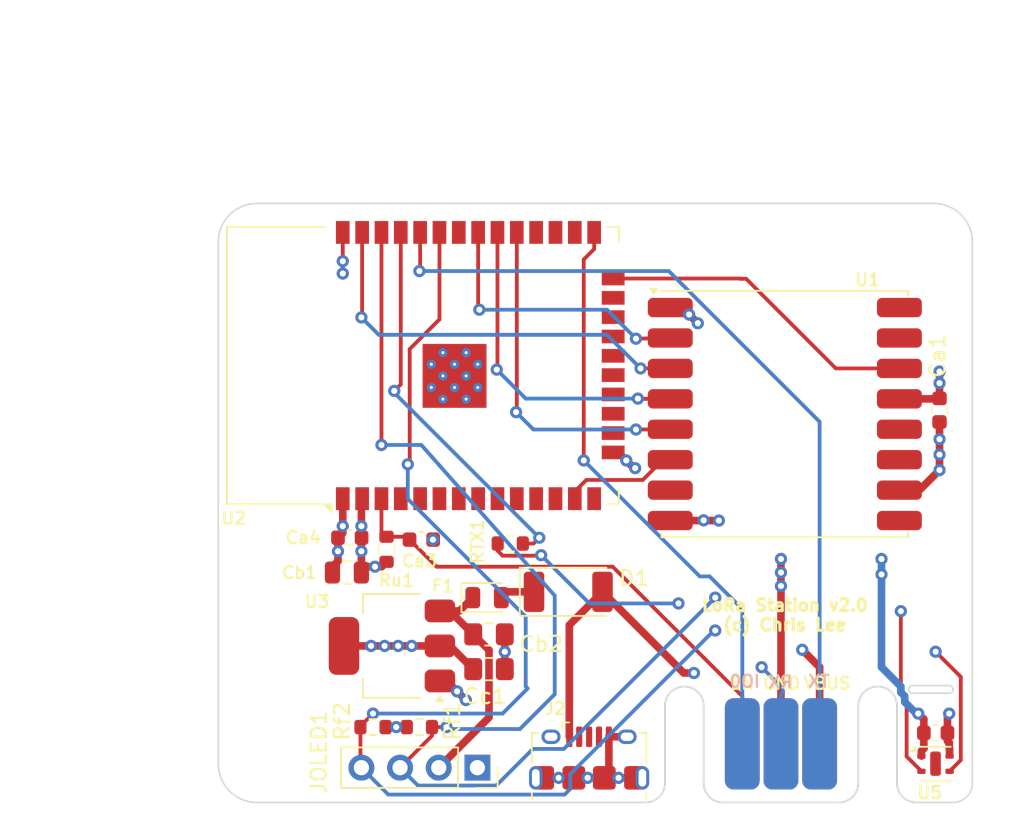
<source format=kicad_pcb>
(kicad_pcb (version 20241229) (generator "pcbnew") (generator_version "9.0")
  (layers (0 "F.Cu" signal) (4 "In1.Cu" signal) (6 "In2.Cu" signal) (2 "B.Cu" signal) (13 "F.Paste" user) (15 "B.Paste" user) (5 "F.SilkS" user "F.Silkscreen") (7 "B.SilkS" user "B.Silkscreen") (1 "F.Mask" user) (3 "B.Mask" user) (25 "Edge.Cuts" user))
  (net 0 "")
  (net 1 "VBUS")
  (net 2 "GND")
  (net 3 "+3.3V")
  (net 4 "+5V")
  (net 5 "RX")
  (net 6 "TX")
  (net 7 "RXC")
  (net 8 "GPIO19")
  (net 9 "GPIO23")
  (net 10 "GPIO18")
  (net 11 "GPIO5")
  (net 12 "GPIO14")
  (net 16 "GPIO2")
  (net 40 "EN")
  (net 45 "GPIO0")
  (net 46 "GPIO21")
  (net 47 "GPIO22")
  (net 49 "Net-(D1-K)")
  (footprint "Diode_SMD:D_2010_5025Metric" (layer "F.Cu") (at 95.377 95.377)
    (property "Reference" "D1" (at 4.318 -0.889 0) (layer "F.SilkS"))
    (property "Value" "SS14" (hide yes))
    (fp_line (start -3.185 -1.585) (end -3.185 1.585) (stroke (width 0.12)) (layer "F.SilkS"))
    (fp_line (start -3.185 1.585) (end 2.5 1.585) (stroke (width 0.12)) (layer "F.SilkS"))
    (fp_line (start 2.5 -1.585) (end -3.185 -1.585) (stroke (width 0.12)) (layer "F.SilkS"))
    (pad "1" smd roundrect (at -2.25 0) (size 1.35 2.65) (layers "F.Cu" "F.Mask" "F.Paste") (roundrect_rratio 0.185185) (net 49 "Net-(D1-K)"))
    (pad "2" smd roundrect (at 2.25 0) (size 1.35 2.65) (layers "F.Cu" "F.Mask" "F.Paste") (roundrect_rratio 0.185185) (net 1 "VBUS"))
  )
  (footprint "Resistor_SMD:R_0603_1608Metric" (layer "F.Cu") (at 83.439 92.582 -90)
    (property "Reference" "Ru1" (at 2.033 -0.635 180) (layer "F.SilkS") (effects (font (size 0.8 0.8))))
    (property "Value" "10k" (hide yes))
    (fp_line (start -0.237258 0.5225) (end 0.237258 0.5225) (stroke (width 0.12)) (layer "F.SilkS"))
    (fp_line (start -0.237258 -0.5225) (end 0.237258 -0.5225) (stroke (width 0.12)) (layer "F.SilkS"))
    (pad "1" smd roundrect (at -0.825 0 270) (size 0.8 0.95) (layers "F.Cu" "F.Mask" "F.Paste") (net 40 "EN"))
    (pad "2" smd roundrect (at 0.825 0 270) (size 0.8 0.95) (layers "F.Cu" "F.Mask" "F.Paste") (net 3 "+3.3V"))
  )
  (footprint "chl33_library:EdgeConnector_2x3" (layer "F.Cu") (at 109.347 107.95 180)
    (property "Reference" "J3" (hide yes))
    (property "Value" "Edge2x6_Connector" (hide yes))
    (fp_line (start 7.62 5.08) (end 7.62 0) (stroke (width 0.12)) (layer "Edge.Cuts"))
    (fp_line (start 5.08 0) (end 5.08 5.08) (stroke (width 0.12)) (layer "Edge.Cuts"))
    (fp_line (start -3.81 -1.27) (end 3.81 -1.27) (stroke (width 0.12)) (layer "Edge.Cuts"))
    (fp_line (start -5.08 5.08) (end -5.08 0) (stroke (width 0.12)) (layer "Edge.Cuts"))
    (fp_line (start -7.62 5.08) (end -7.62 0) (stroke (width 0.12)) (layer "Edge.Cuts"))
    (fp_arc (start 7.62 5.08) (mid 6.35 6.35) (end 5.08 5.08) (stroke (width 0.12)) (layer "Edge.Cuts"))
    (fp_arc (start 7.62 0) (mid 7.991974 -0.898026) (end 8.89 -1.27) (stroke (width 0.12)) (layer "Edge.Cuts"))
    (fp_arc (start 3.81 -1.27) (mid 4.708026 -0.898026) (end 5.08 0) (stroke (width 0.12)) (layer "Edge.Cuts"))
    (fp_arc (start -5.08 5.08) (mid -6.35 6.35) (end -7.62 5.08) (stroke (width 0.12)) (layer "Edge.Cuts"))
    (fp_arc (start -5.08 0) (mid -4.708026 -0.898026) (end -3.81 -1.27) (stroke (width 0.12)) (layer "Edge.Cuts"))
    (fp_arc (start -8.89 -1.27) (mid -7.991974 -0.898026) (end -7.62 0) (stroke (width 0.12)) (layer "Edge.Cuts"))
    (pad "1" smd roundrect (at -2.54 2.58 180) (size 2.286 6) (layers "F.Cu" "F.Mask") (net 1 "VBUS"))
    (pad "2" smd roundrect (at 0 2.58 180) (size 2.286 6) (layers "F.Cu" "F.Mask") (net 2 "GND"))
    (pad "3" smd roundrect (at 2.54 2.58 180) (size 2.286 6) (layers "F.Cu" "F.Mask") (net 40 "EN"))
    (pad "4" smd roundrect (at -2.54 2.58 180) (size 2.286 6) (layers "B.Cu" "B.Mask") (net 5 "RX"))
    (pad "5" smd roundrect (at 0 2.58 180) (size 2.286 6) (layers "B.Cu" "B.Mask") (net 7 "RXC"))
    (pad "6" smd roundrect (at 2.54 2.58 180) (size 2.286 6) (layers "B.Cu" "B.Mask") (net 45 "GPIO0"))
  )
  (footprint "RF_Module:HOPERF_RFM9XW_SMD" (layer "F.Cu") (at 109.601 83.693)
    (property "Reference" "U1" (at 5.4356 -8.8138 0) (layer "F.SilkS") (effects (font (size 0.8 0.8))))
    (property "Value" "RFM95W-915S2")
    (fp_line (start -8.1 -8.1) (end 8.1 -8.1) (stroke (width 0.12)) (layer "F.SilkS"))
    (fp_line (start -8.1 7.7) (end -8.1 8.1) (stroke (width 0.12)) (layer "F.SilkS"))
    (fp_line (start -8.1 8.1) (end 8.1 8.1) (stroke (width 0.12)) (layer "F.SilkS"))
    (fp_line (start 8.1 -8.1) (end 8.1 -7.7) (stroke (width 0.12)) (layer "F.SilkS"))
    (fp_line (start 8.1 8.1) (end 8.1 7.7) (stroke (width 0.12)) (layer "F.SilkS"))
    (fp_poly (pts (xy -8.6 -7.9) (xy -8.84 -8.236) (xy -8.36 -8.236) (xy -8.6 -7.9)) (stroke (width 0.12)) (fill yes) (layer "F.SilkS"))
    (pad "1" smd roundrect (at -7.525 -7) (size 2.95 1.27) (layers "F.Cu" "F.Mask" "F.Paste") (net 2 "GND"))
    (pad "2" smd roundrect (at -7.525 -5) (size 2.95 1.27) (layers "F.Cu" "F.Mask" "F.Paste") (net 8 "GPIO19"))
    (pad "3" smd roundrect (at -7.525 -3) (size 2.95 1.27) (layers "F.Cu" "F.Mask" "F.Paste") (net 9 "GPIO23"))
    (pad "4" smd roundrect (at -7.525 -1) (size 2.95 1.27) (layers "F.Cu" "F.Mask" "F.Paste") (net 10 "GPIO18"))
    (pad "5" smd roundrect (at -7.525 1) (size 2.95 1.27) (layers "F.Cu" "F.Mask" "F.Paste") (net 11 "GPIO5"))
    (pad "6" smd roundrect (at -7.525 3) (size 2.95 1.27) (layers "F.Cu" "F.Mask" "F.Paste") (net 12 "GPIO14"))
    (pad "7" smd roundrect (at -7.525 5) (size 2.95 1.27) (layers "F.Cu" "F.Mask" "F.Paste"))
    (pad "8" smd roundrect (at -7.525 7) (size 2.95 1.27) (layers "F.Cu" "F.Mask" "F.Paste") (net 2 "GND"))
    (pad "9" smd roundrect (at 7.525 7) (size 2.95 1.27) (layers "F.Cu" "F.Mask" "F.Paste"))
    (pad "10" smd roundrect (at 7.525 5) (size 2.95 1.27) (layers "F.Cu" "F.Mask" "F.Paste") (net 2 "GND"))
    (pad "11" smd roundrect (at 7.525 3) (size 2.95 1.27) (layers "F.Cu" "F.Mask" "F.Paste"))
    (pad "12" smd roundrect (at 7.525 1) (size 2.95 1.27) (layers "F.Cu" "F.Mask" "F.Paste"))
    (pad "13" smd roundrect (at 7.525 -1) (size 2.95 1.27) (layers "F.Cu" "F.Mask" "F.Paste") (net 3 "+3.3V"))
    (pad "14" smd roundrect (at 7.525 -3) (size 2.95 1.27) (layers "F.Cu" "F.Mask" "F.Paste") (net 16 "GPIO2"))
    (pad "15" smd roundrect (at 7.525 -5) (size 2.95 1.27) (layers "F.Cu" "F.Mask" "F.Paste"))
    (pad "16" smd roundrect (at 7.525 -7) (size 2.95 1.27) (layers "F.Cu" "F.Mask" "F.Paste"))
  )
  (footprint "Sensor_Humidity:Sensirion_DFN-4-1EP_2x2mm_P1mm_EP0.7x1.6mm" (layer "F.Cu") (at 119.498 106.672)
    (property "Reference" "U5" (at -0.381 1.905 180) (layer "F.SilkS") (effects (font (size 0.8 0.8))))
    (property "Value" "SHTC3")
    (fp_line (start -1 -1.11) (end 1 -1.11) (stroke (width 0.12)) (layer "F.SilkS"))
    (fp_line (start -1 1.11) (end 1 1.11) (stroke (width 0.12)) (layer "F.SilkS"))
    (fp_poly (pts (xy -1.35 -0.82) (xy -1.63 -0.82) (xy -1.35 -1.1) (xy -1.35 -0.82)) (stroke (width 0.12)) (fill yes) (layer "F.SilkS"))
    (pad "1" smd roundrect (at -0.925 -0.5) (size 0.55 0.35) (layers "F.Cu" "F.Mask") (net 3 "+3.3V"))
    (pad "2" smd roundrect (at -0.925 0.5) (size 0.55 0.35) (layers "F.Cu" "F.Mask") (net 47 "GPIO22"))
    (pad "3" smd roundrect (at 0.925 0.5) (size 0.55 0.35) (layers "F.Cu" "F.Mask") (net 46 "GPIO21"))
    (pad "4" smd roundrect (at 0.925 -0.5) (size 0.55 0.35) (layers "F.Cu" "F.Mask") (net 2 "GND"))
    (pad "5" smd roundrect (at 0 0) (size 0.7 1.6) (layers "F.Cu" "F.Mask"))
  )
  (footprint "Capacitor_SMD:C_0603_1608Metric" (layer "F.Cu") (at 85.725 91.947 180)
    (property "Reference" "Ca3" (at 0.127 -1.398 0) (layer "F.SilkS") (effects (font (size 0.8 0.8))))
    (property "Value" "100nF" (hide yes))
    (fp_line (start -0.14058 0.51) (end 0.14058 0.51) (stroke (width 0.12)) (layer "F.SilkS"))
    (fp_line (start -0.14058 -0.51) (end 0.14058 -0.51) (stroke (width 0.12)) (layer "F.SilkS"))
    (pad "1" smd roundrect (at -0.775 0 180) (size 0.9 0.95) (layers "F.Cu" "F.Mask" "F.Paste") (net 2 "GND"))
    (pad "2" smd roundrect (at 0.775 0 180) (size 0.9 0.95) (layers "F.Cu" "F.Mask" "F.Paste") (net 40 "EN"))
  )
  (footprint "Connector_PinSocket_2.54mm:PinSocket_1x04_P2.54mm_Vertical" (layer "F.Cu") (at 89.408 106.934 -90)
    (property "Reference" "JOLED1" (at -1.016 10.414 270) (layer "F.SilkS"))
    (property "Value" "Conn_01x04_Socket" (hide yes))
    (fp_line (start -1.33 8.95) (end 1.33 8.95) (stroke (width 0.12)) (layer "F.SilkS"))
    (fp_line (start -1.33 1.27) (end -1.33 8.95) (stroke (width 0.12)) (layer "F.SilkS"))
    (fp_line (start -1.33 1.27) (end 1.33 1.27) (stroke (width 0.12)) (layer "F.SilkS"))
    (fp_line (start 1.33 1.27) (end 1.33 8.95) (stroke (width 0.12)) (layer "F.SilkS"))
    (fp_line (start 0 -1.33) (end 1.33 -1.33) (stroke (width 0.12)) (layer "F.SilkS"))
    (fp_line (start 1.33 -1.33) (end 1.33 0) (stroke (width 0.12)) (layer "F.SilkS"))
    (pad "1" thru_hole rect (at 0 0 270) (size 1.7 1.7) (drill 1) (layers "*.Cu" "*.Mask") (net 2 "GND"))
    (pad "2" thru_hole oval (at 0 2.54 270) (size 1.7 1.7) (drill 1) (layers "*.Cu" "*.Mask") (net 4 "+5V"))
    (pad "3" thru_hole oval (at 0 5.08 270) (size 1.7 1.7) (drill 1) (layers "*.Cu" "*.Mask") (net 47 "GPIO22"))
    (pad "4" thru_hole oval (at 0 7.62 270) (size 1.7 1.7) (drill 1) (layers "*.Cu" "*.Mask") (net 46 "GPIO21"))
  )
  (footprint "MountingHole:MountingHole_2.5mm" (layer "F.Cu") (at 119.38 72.39)
    (property "Reference" "REF**" (hide yes))
    (property "Value" "MountingHole_2.5mm" (hide yes))
    (pad "" np_thru_hole circle (at 0 0) (size 2.5 2.5) (drill 2.5) (layers "F&B.Cu" "*.Mask" "F.Paste"))
  )
  (footprint "Resistor_SMD:R_0603_1608Metric" (layer "F.Cu") (at 85.598 104.267 180)
    (property "Reference" "Rf1" (at -2.159 0.381 270) (layer "F.SilkS"))
    (property "Value" "2.2k" (hide yes))
    (fp_line (start -0.237258 0.5225) (end 0.237258 0.5225) (stroke (width 0.12)) (layer "F.SilkS"))
    (fp_line (start -0.237258 -0.5225) (end 0.237258 -0.5225) (stroke (width 0.12)) (layer "F.SilkS"))
    (pad "1" smd roundrect (at -0.825 0 180) (size 0.8 0.95) (layers "F.Cu" "F.Mask" "F.Paste") (net 47 "GPIO22"))
    (pad "2" smd roundrect (at 0.825 0 180) (size 0.8 0.95) (layers "F.Cu" "F.Mask" "F.Paste") (net 3 "+3.3V"))
  )
  (footprint "Capacitor_SMD:C_0805_2012Metric_Pad1.18x1.45mm_HandSolder" (layer "F.Cu") (at 90.17 100.457)
    (property "Reference" "Cc1" (at -0.254 1.778 0) (layer "F.SilkS"))
    (property "Value" "47uF" (hide yes))
    (fp_line (start -0.261252 -0.735) (end 0.261252 -0.735) (stroke (width 0.12)) (layer "F.SilkS"))
    (fp_line (start -0.261252 0.735) (end 0.261252 0.735) (stroke (width 0.12)) (layer "F.SilkS"))
    (pad "1" smd roundrect (at -1.0375 0) (size 1.175 1.45) (layers "F.Cu" "F.Mask" "F.Paste") (roundrect_rratio 0.212766) (net 3 "+3.3V"))
    (pad "2" smd roundrect (at 1.0375 0) (size 1.175 1.45) (layers "F.Cu" "F.Mask" "F.Paste") (roundrect_rratio 0.212766) (net 2 "GND"))
  )
  (footprint "Capacitor_SMD:C_0603_1608Metric" (layer "F.Cu") (at 119.761 83.439 90)
    (property "Reference" "Ca1" (at 3.556 -0.127 90) (layer "F.SilkS"))
    (property "Value" "100nF")
    (fp_line (start -0.14058 -0.51) (end 0.14058 -0.51) (stroke (width 0.12)) (layer "F.SilkS"))
    (fp_line (start -0.14058 0.51) (end 0.14058 0.51) (stroke (width 0.12)) (layer "F.SilkS"))
    (pad "1" smd roundrect (at -0.775 0 90) (size 0.9 0.95) (layers "F.Cu" "F.Mask" "F.Paste") (net 2 "GND"))
    (pad "2" smd roundrect (at 0.775 0 90) (size 0.9 0.95) (layers "F.Cu" "F.Mask" "F.Paste") (net 3 "+3.3V"))
  )
  (footprint "Resistor_SMD:R_0603_1608Metric" (layer "F.Cu") (at 91.567 92.202 180)
    (property "Reference" "RTX1" (at 2.159 0.127 90) (layer "F.SilkS") (effects (font (size 0.8 0.8))))
    (property "Value" "470")
    (fp_line (start -0.237258 0.5225) (end 0.237258 0.5225) (stroke (width 0.12)) (layer "F.SilkS"))
    (fp_line (start -0.237258 -0.5225) (end 0.237258 -0.5225) (stroke (width 0.12)) (layer "F.SilkS"))
    (pad "1" smd roundrect (at -0.825 0 180) (size 0.8 0.95) (layers "F.Cu" "F.Mask" "F.Paste") (net 6 "TX"))
    (pad "2" smd roundrect (at 0.825 0 180) (size 0.8 0.95) (layers "F.Cu" "F.Mask" "F.Paste") (net 7 "RXC"))
  )
  (footprint "Capacitor_SMD:C_0805_2012Metric_Pad1.18x1.45mm_HandSolder" (layer "F.Cu") (at 90.17 98.171)
    (property "Reference" "Cb2" (at 3.429 0.635 180) (layer "F.SilkS"))
    (property "Value" "10uF" (hide yes))
    (fp_line (start -0.261252 -0.735) (end 0.261252 -0.735) (stroke (width 0.12)) (layer "F.SilkS"))
    (fp_line (start -0.261252 0.735) (end 0.261252 0.735) (stroke (width 0.12)) (layer "F.SilkS"))
    (pad "1" smd roundrect (at -1.0375 0) (size 1.175 1.45) (layers "F.Cu" "F.Mask" "F.Paste") (roundrect_rratio 0.212766) (net 4 "+5V"))
    (pad "2" smd roundrect (at 1.0375 0) (size 1.175 1.45) (layers "F.Cu" "F.Mask" "F.Paste") (roundrect_rratio 0.212766) (net 2 "GND"))
  )
  (footprint "Resistor_SMD:R_0603_1608Metric" (layer "F.Cu") (at 82.55 104.267)
    (property "Reference" "Rf2" (at -2.032 -0.381 90) (layer "F.SilkS"))
    (property "Value" "2.2k" (hide yes))
    (fp_line (start -0.237258 -0.5225) (end 0.237258 -0.5225) (stroke (width 0.12)) (layer "F.SilkS"))
    (fp_line (start -0.237258 0.5225) (end 0.237258 0.5225) (stroke (width 0.12)) (layer "F.SilkS"))
    (pad "1" smd roundrect (at -0.825 0) (size 0.8 0.95) (layers "F.Cu" "F.Mask" "F.Paste") (net 46 "GPIO21"))
    (pad "2" smd roundrect (at 0.825 0) (size 0.8 0.95) (layers "F.Cu" "F.Mask" "F.Paste") (net 3 "+3.3V"))
  )
  (footprint "Capacitor_SMD:C_0603_1608Metric" (layer "F.Cu") (at 119.507 104.648)
    (property "Reference" "Ca2" (hide yes))
    (property "Value" "100nF")
    (fp_line (start -0.14058 -0.51) (end 0.14058 -0.51) (stroke (width 0.12)) (layer "F.SilkS"))
    (fp_line (start -0.14058 0.51) (end 0.14058 0.51) (stroke (width 0.12)) (layer "F.SilkS"))
    (pad "1" smd roundrect (at -0.775 0) (size 0.9 0.95) (layers "F.Cu" "F.Mask" "F.Paste") (net 3 "+3.3V"))
    (pad "2" smd roundrect (at 0.775 0) (size 0.9 0.95) (layers "F.Cu" "F.Mask" "F.Paste") (net 2 "GND"))
  )
  (footprint "MountingHole:MountingHole_2.5mm" (layer "F.Cu") (at 74.93 106.68)
    (property "Reference" "REF**" (hide yes))
    (property "Value" "MountingHole_2.5mm" (hide yes))
    (pad "" np_thru_hole circle (at 0 0) (size 2.5 2.5) (drill 2.5) (layers "F&B.Cu" "*.Mask" "F.Paste"))
  )
  (footprint "Capacitor_SMD:C_0603_1608Metric" (layer "F.Cu") (at 81.026 91.82 180)
    (property "Reference" "Ca4" (at 3.048 0 0) (layer "F.SilkS") (effects (font (size 0.8 0.8))))
    (property "Value" "100nF" (hide yes))
    (fp_line (start -0.14058 0.51) (end 0.14058 0.51) (stroke (width 0.12)) (layer "F.SilkS"))
    (fp_line (start -0.14058 -0.51) (end 0.14058 -0.51) (stroke (width 0.12)) (layer "F.SilkS"))
    (pad "1" smd roundrect (at -0.775 0 180) (size 0.9 0.95) (layers "F.Cu" "F.Mask" "F.Paste") (net 3 "+3.3V"))
    (pad "2" smd roundrect (at 0.775 0 180) (size 0.9 0.95) (layers "F.Cu" "F.Mask" "F.Paste") (net 2 "GND"))
  )
  (footprint "Diode_SMD:D_0805_2012Metric" (layer "F.Cu") (at 90.043 95.758)
    (property "Reference" "F1" (at -2.921 -0.762 0) (layer "F.SilkS") (effects (font (size 0.8 0.8))))
    (property "Value" "0.5A" (hide yes))
    (fp_line (start -1.685 -0.96) (end -1.685 0.96) (stroke (width 0.12)) (layer "F.SilkS"))
    (fp_line (start -1.685 0.96) (end 1 0.96) (stroke (width 0.12)) (layer "F.SilkS"))
    (fp_line (start 1 -0.96) (end -1.685 -0.96) (stroke (width 0.12)) (layer "F.SilkS"))
    (pad "1" smd roundrect (at -0.9375 0) (size 0.975 1.4) (layers "F.Cu" "F.Mask" "F.Paste") (net 4 "+5V"))
    (pad "2" smd roundrect (at 0.9375 0) (size 0.975 1.4) (layers "F.Cu" "F.Mask" "F.Paste") (net 49 "Net-(D1-K)"))
  )
  (footprint "RF_Module:ESP32-WROOM-32" (layer "F.Cu") (at 88.816 80.505 90)
    (property "Reference" "U2" (at -10.033 -15.41 0) (layer "F.SilkS") (effects (font (size 0.8 0.8))))
    (property "Value" "ESP32-WROOM-32")
    (fp_line (start 9.12 -15.86) (end 9.12 -9.445) (stroke (width 0.12)) (layer "F.SilkS"))
    (fp_line (start -9.12 -15.86) (end 9.12 -15.86) (stroke (width 0.12)) (layer "F.SilkS"))
    (fp_line (start -9.12 -15.86) (end -9.12 -9.7) (stroke (width 0.12)) (layer "F.SilkS"))
    (fp_line (start 9.12 9.1) (end 9.12 9.88) (stroke (width 0.12)) (layer "F.SilkS"))
    (fp_line (start -9.12 9.1) (end -9.12 9.88) (stroke (width 0.12)) (layer "F.SilkS"))
    (fp_line (start 9.12 9.88) (end 8.12 9.88) (stroke (width 0.12)) (layer "F.SilkS"))
    (fp_line (start -9.12 9.88) (end -8.12 9.88) (stroke (width 0.12)) (layer "F.SilkS"))
    (fp_poly (pts (xy -9.125 -8.975) (xy -9.625 -8.975) (xy -9.125 -9.475) (xy -9.125 -8.975)) (stroke (width 0.12)) (fill yes) (layer "F.SilkS"))
    (pad "1" smd rect (at -8.75 -8.25 90) (size 1.5 0.9) (layers "F.Cu" "F.Mask" "F.Paste") (net 2 "GND"))
    (pad "2" smd rect (at -8.75 -6.98 90) (size 1.5 0.9) (layers "F.Cu" "F.Mask" "F.Paste") (net 3 "+3.3V"))
    (pad "3" smd rect (at -8.75 -5.71 90) (size 1.5 0.9) (layers "F.Cu" "F.Mask" "F.Paste") (net 40 "EN"))
    (pad "4" smd rect (at -8.75 -4.44 90) (size 1.5 0.9) (layers "F.Cu" "F.Mask" "F.Paste"))
    (pad "5" smd rect (at -8.75 -3.17 90) (size 1.5 0.9) (layers "F.Cu" "F.Mask" "F.Paste"))
    (pad "6" smd rect (at -8.75 -1.9 90) (size 1.5 0.9) (layers "F.Cu" "F.Mask" "F.Paste"))
    (pad "7" smd rect (at -8.75 -0.63 90) (size 1.5 0.9) (layers "F.Cu" "F.Mask" "F.Paste"))
    (pad "8" smd rect (at -8.75 0.64 90) (size 1.5 0.9) (layers "F.Cu" "F.Mask" "F.Paste"))
    (pad "9" smd rect (at -8.75 1.91 90) (size 1.5 0.9) (layers "F.Cu" "F.Mask" "F.Paste"))
    (pad "10" smd rect (at -8.75 3.18 90) (size 1.5 0.9) (layers "F.Cu" "F.Mask" "F.Paste"))
    (pad "11" smd rect (at -8.75 4.45 90) (size 1.5 0.9) (layers "F.Cu" "F.Mask" "F.Paste"))
    (pad "12" smd rect (at -8.75 5.72 90) (size 1.5 0.9) (layers "F.Cu" "F.Mask" "F.Paste"))
    (pad "13" smd rect (at -8.75 6.99 90) (size 1.5 0.9) (layers "F.Cu" "F.Mask" "F.Paste") (net 12 "GPIO14"))
    (pad "14" smd rect (at -8.75 8.26 90) (size 1.5 0.9) (layers "F.Cu" "F.Mask" "F.Paste"))
    (pad "15" smd rect (at -5.71 9.51 180) (size 1.5 0.9) (layers "F.Cu" "F.Mask" "F.Paste") (net 2 "GND"))
    (pad "16" smd rect (at -4.44 9.51 180) (size 1.5 0.9) (layers "F.Cu" "F.Mask" "F.Paste"))
    (pad "17" smd rect (at -3.17 9.51 180) (size 1.5 0.9) (layers "F.Cu" "F.Mask" "F.Paste"))
    (pad "18" smd rect (at -1.9 9.51 180) (size 1.5 0.9) (layers "F.Cu" "F.Mask" "F.Paste"))
    (pad "19" smd rect (at -0.63 9.51 180) (size 1.5 0.9) (layers "F.Cu" "F.Mask" "F.Paste"))
    (pad "20" smd rect (at 0.64 9.51 180) (size 1.5 0.9) (layers "F.Cu" "F.Mask" "F.Paste"))
    (pad "21" smd rect (at 1.91 9.51 180) (size 1.5 0.9) (layers "F.Cu" "F.Mask" "F.Paste"))
    (pad "22" smd rect (at 3.18 9.51 180) (size 1.5 0.9) (layers "F.Cu" "F.Mask" "F.Paste"))
    (pad "23" smd rect (at 4.45 9.51 180) (size 1.5 0.9) (layers "F.Cu" "F.Mask" "F.Paste"))
    (pad "24" smd rect (at 5.72 9.51 180) (size 1.5 0.9) (layers "F.Cu" "F.Mask" "F.Paste") (net 16 "GPIO2"))
    (pad "25" smd rect (at 8.75 8.26 90) (size 1.5 0.9) (layers "F.Cu" "F.Mask" "F.Paste") (net 45 "GPIO0"))
    (pad "26" smd rect (at 8.75 6.99 90) (size 1.5 0.9) (layers "F.Cu" "F.Mask" "F.Paste"))
    (pad "27" smd rect (at 8.75 5.72 90) (size 1.5 0.9) (layers "F.Cu" "F.Mask" "F.Paste"))
    (pad "28" smd rect (at 8.75 4.45 90) (size 1.5 0.9) (layers "F.Cu" "F.Mask" "F.Paste"))
    (pad "29" smd rect (at 8.75 3.18 90) (size 1.5 0.9) (layers "F.Cu" "F.Mask" "F.Paste") (net 11 "GPIO5"))
    (pad "30" smd rect (at 8.75 1.91 90) (size 1.5 0.9) (layers "F.Cu" "F.Mask" "F.Paste") (net 10 "GPIO18"))
    (pad "31" smd rect (at 8.75 0.64 90) (size 1.5 0.9) (layers "F.Cu" "F.Mask" "F.Paste") (net 8 "GPIO19"))
    (pad "32" smd rect (at 8.75 -0.63 90) (size 1.5 0.9) (layers "F.Cu" "F.Mask" "F.Paste"))
    (pad "33" smd rect (at 8.75 -1.9 90) (size 1.5 0.9) (layers "F.Cu" "F.Mask" "F.Paste") (net 46 "GPIO21"))
    (pad "34" smd rect (at 8.75 -3.17 90) (size 1.5 0.9) (layers "F.Cu" "F.Mask" "F.Paste") (net 5 "RX"))
    (pad "35" smd rect (at 8.75 -4.44 90) (size 1.5 0.9) (layers "F.Cu" "F.Mask" "F.Paste") (net 6 "TX"))
    (pad "36" smd rect (at 8.75 -5.71 90) (size 1.5 0.9) (layers "F.Cu" "F.Mask" "F.Paste") (net 47 "GPIO22"))
    (pad "37" smd rect (at 8.75 -6.98 90) (size 1.5 0.9) (layers "F.Cu" "F.Mask" "F.Paste") (net 9 "GPIO23"))
    (pad "38" smd rect (at 8.75 -8.25 90) (size 1.5 0.9) (layers "F.Cu" "F.Mask" "F.Paste") (net 2 "GND"))
    (pad "39" smd rect (at -2.205 -2.435 90) (size 1.05 1.05) (layers "F.Cu" "F.Paste") (net 2 "GND"))
    (pad "39" thru_hole circle (at -2.205 -1.6725 90) (size 0.6 0.6) (drill 0.2) (property pad_prop_heatsink) (layers "*.Cu" "F.Mask") (net 2 "GND"))
    (pad "39" smd rect (at -2.205 -0.91 90) (size 1.05 1.05) (layers "F.Cu" "F.Paste") (net 2 "GND"))
    (pad "39" thru_hole circle (at -2.205 -0.1475 90) (size 0.6 0.6) (drill 0.2) (property pad_prop_heatsink) (layers "*.Cu" "F.Mask") (net 2 "GND"))
    (pad "39" smd rect (at -2.205 0.615 90) (size 1.05 1.05) (layers "F.Cu" "F.Paste") (net 2 "GND"))
    (pad "39" thru_hole circle (at -1.4425 -2.435 90) (size 0.6 0.6) (drill 0.2) (property pad_prop_heatsink) (layers "*.Cu" "F.Mask") (net 2 "GND"))
    (pad "39" thru_hole circle (at -1.4425 -0.91 90) (size 0.6 0.6) (drill 0.2) (property pad_prop_heatsink) (layers "*.Cu" "F.Mask") (net 2 "GND"))
    (pad "39" thru_hole circle (at -1.4425 0.615 90) (size 0.6 0.6) (drill 0.2) (property pad_prop_heatsink) (layers "*.Cu" "F.Mask") (net 2 "GND"))
    (pad "39" smd rect (at -0.68 -2.435 90) (size 1.05 1.05) (layers "F.Cu" "F.Paste") (net 2 "GND"))
    (pad "39" thru_hole circle (at -0.68 -1.6725 90) (size 0.6 0.6) (drill 0.2) (property pad_prop_heatsink) (layers "*.Cu" "F.Mask") (net 2 "GND"))
    (pad "39" smd rect (at -0.68 -0.91 90) (size 1.05 1.05) (layers "F.Cu" "F.Paste") (net 2 "GND"))
    (pad "39" smd rect (at -0.68 -0.91 90) (size 4.2 4.2) (property pad_prop_heatsink) (layers "F.Cu" "F.Mask") (net 2 "GND"))
    (pad "39" thru_hole circle (at -0.68 -0.1475 90) (size 0.6 0.6) (drill 0.2) (property pad_prop_heatsink) (layers "*.Cu" "F.Mask") (net 2 "GND"))
    (pad "39" smd rect (at -0.68 0.615 90) (size 1.05 1.05) (layers "F.Cu" "F.Paste") (net 2 "GND"))
    (pad "39" thru_hole circle (at 0.0825 -2.435 90) (size 0.6 0.6) (drill 0.2) (property pad_prop_heatsink) (layers "*.Cu" "F.Mask") (net 2 "GND"))
    (pad "39" thru_hole circle (at 0.0825 -0.91 90) (size 0.6 0.6) (drill 0.2) (property pad_prop_heatsink) (layers "*.Cu" "F.Mask") (net 2 "GND"))
    (pad "39" thru_hole circle (at 0.0825 0.615 90) (size 0.6 0.6) (drill 0.2) (property pad_prop_heatsink) (layers "*.Cu" "F.Mask") (net 2 "GND"))
    (pad "39" smd rect (at 0.845 -2.435 90) (size 1.05 1.05) (layers "F.Cu" "F.Paste") (net 2 "GND"))
    (pad "39" thru_hole circle (at 0.845 -1.6725 90) (size 0.6 0.6) (drill 0.2) (property pad_prop_heatsink) (layers "*.Cu" "F.Mask") (net 2 "GND"))
    (pad "39" smd rect (at 0.845 -0.91 90) (size 1.05 1.05) (layers "F.Cu" "F.Paste") (net 2 "GND"))
    (pad "39" thru_hole circle (at 0.845 -0.1475 90) (size 0.6 0.6) (drill 0.2) (property pad_prop_heatsink) (layers "*.Cu" "F.Mask") (net 2 "GND"))
    (pad "39" smd rect (at 0.845 0.615 90) (size 1.05 1.05) (layers "F.Cu" "F.Paste") (net 2 "GND"))
  )
  (footprint "Capacitor_SMD:C_0805_2012Metric" (layer "F.Cu") (at 80.838 94.107 180)
    (property "Reference" "Cb1" (at 3.114 0 0) (layer "F.SilkS") (effects (font (size 0.8 0.8))))
    (property "Value" "10uF" (hide yes))
    (fp_line (start -0.261252 0.735) (end 0.261252 0.735) (stroke (width 0.12)) (layer "F.SilkS"))
    (fp_line (start -0.261252 -0.735) (end 0.261252 -0.735) (stroke (width 0.12)) (layer "F.SilkS"))
    (pad "1" smd roundrect (at -0.95 0 180) (size 1 1.45) (layers "F.Cu" "F.Mask" "F.Paste") (net 3 "+3.3V"))
    (pad "2" smd roundrect (at 0.95 0 180) (size 1 1.45) (layers "F.Cu" "F.Mask" "F.Paste") (net 2 "GND"))
  )
  (footprint "Connector_USB:USB_Micro-B_Amphenol_10118194_Horizontal" (layer "F.Cu") (at 96.744 106.302)
    (property "Reference" "J2" (at -2.2352 -3.2512 0) (layer "F.SilkS") (effects (font (size 0.8 0.8))))
    (property "Value" "USB_B_Micro")
    (fp_line (start -3.76 -1.66) (end -3.34 -1.66) (stroke (width 0.12)) (layer "F.SilkS"))
    (fp_line (start -3.76 0.32) (end -3.76 -1.66) (stroke (width 0.12)) (layer "F.SilkS"))
    (fp_line (start -3.76 2.69) (end -3.76 2.29) (stroke (width 0.12)) (layer "F.SilkS"))
    (fp_line (start -1.76 -1.89) (end -1.76 -2.34) (stroke (width 0.12)) (layer "F.SilkS"))
    (fp_line (start -1.31 -2.34) (end -1.76 -2.34) (stroke (width 0.12)) (layer "F.SilkS"))
    (fp_line (start 3.76 -1.66) (end 3.34 -1.66) (stroke (width 0.12)) (layer "F.SilkS"))
    (fp_line (start 3.76 0.32) (end 3.76 -1.66) (stroke (width 0.12)) (layer "F.SilkS"))
    (fp_line (start 3.76 2.29) (end 3.76 2.69) (stroke (width 0.12)) (layer "F.SilkS"))
    (pad "1" smd roundrect (at -1.3 -1.4) (size 0.4 1.35) (layers "F.Cu" "F.Mask" "F.Paste") (net 1 "VBUS"))
    (pad "2" smd roundrect (at -0.65 -1.4) (size 0.4 1.35) (layers "F.Cu" "F.Mask" "F.Paste"))
    (pad "3" smd roundrect (at 0 -1.4) (size 0.4 1.35) (layers "F.Cu" "F.Mask" "F.Paste"))
    (pad "4" smd roundrect (at 0.65 -1.4) (size 0.4 1.35) (layers "F.Cu" "F.Mask" "F.Paste"))
    (pad "5" smd roundrect (at 1.3 -1.4) (size 0.4 1.35) (layers "F.Cu" "F.Mask" "F.Paste") (net 2 "GND"))
    (pad "6" thru_hole oval (at -3.5 1.3) (size 0.89 1.55) (drill oval 0.5 1.15) (property pad_prop_heatsink) (layers "*.Cu" "*.Mask") (net 2 "GND"))
    (pad "6" smd roundrect (at -3.025 1.3) (size 1.45 1.55) (layers "F.Cu" "F.Mask" "F.Paste") (roundrect_rratio 0.1724137931) (net 2 "GND"))
    (pad "6" thru_hole oval (at -2.5 -1.4) (size 1.25 0.95) (drill oval 0.85 0.55) (property pad_prop_heatsink) (layers "*.Cu" "*.Mask") (net 2 "GND"))
    (pad "6" smd roundrect (at -1 1.3) (size 1.5 1.55) (layers "F.Cu" "F.Mask" "F.Paste") (roundrect_rratio 0.1666666667) (net 2 "GND"))
    (pad "6" smd roundrect (at 1 1.3) (size 1.5 1.55) (layers "F.Cu" "F.Mask" "F.Paste") (roundrect_rratio 0.1666666667) (net 2 "GND"))
    (pad "6" thru_hole oval (at 2.5 -1.4) (size 1.25 0.95) (drill oval 0.85 0.55) (property pad_prop_heatsink) (layers "*.Cu" "*.Mask") (net 2 "GND"))
    (pad "6" smd roundrect (at 3.025 1.3) (size 1.45 1.55) (layers "F.Cu" "F.Mask" "F.Paste") (roundrect_rratio 0.1724137931) (net 2 "GND"))
    (pad "6" thru_hole oval (at 3.5 1.3) (size 0.89 1.55) (drill oval 0.5 1.15) (property pad_prop_heatsink) (layers "*.Cu" "*.Mask") (net 2 "GND"))
  )
  (footprint "Package_TO_SOT_SMD:SOT-223-3_TabPin2" (layer "F.Cu") (at 83.795 98.933 180)
    (property "Reference" "U3" (at 4.928 2.921 0) (layer "F.SilkS") (effects (font (size 0.8 0.8))))
    (property "Value" "AMS1117-3.3")
    (fp_line (start 1.91 3.41) (end 1.91 2.15) (stroke (width 0.12)) (layer "F.SilkS"))
    (fp_line (start 1.91 -3.41) (end 1.91 -2.15) (stroke (width 0.12)) (layer "F.SilkS"))
    (fp_line (start -1.85 3.41) (end 1.91 3.41) (stroke (width 0.12)) (layer "F.SilkS"))
    (fp_line (start -1.85 -3.41) (end 1.91 -3.41) (stroke (width 0.12)) (layer "F.SilkS"))
    (fp_poly (pts (xy -3.13 -3.31) (xy -3.37 -3.64) (xy -2.89 -3.64) (xy -3.13 -3.31)) (stroke (width 0.12)) (fill yes) (layer "F.SilkS"))
    (pad "1" smd roundrect (at -3.15 -2.3 180) (size 2 1.5) (layers "F.Cu" "F.Mask" "F.Paste") (net 2 "GND"))
    (pad "2" smd roundrect (at -3.15 0 180) (size 2 1.5) (layers "F.Cu" "F.Mask" "F.Paste") (net 3 "+3.3V"))
    (pad "2" smd roundrect (at 3.15 0 180) (size 2 3.8) (layers "F.Cu" "F.Mask" "F.Paste") (net 3 "+3.3V"))
    (pad "3" smd roundrect (at -3.15 2.3 180) (size 2 1.5) (layers "F.Cu" "F.Mask" "F.Paste") (net 4 "+5V"))
  )
  (gr_line (start 74.93 69.85) (end 119.38 69.85) (stroke (width 0.1)) (layer "Edge.Cuts"))
  (gr_line (start 72.39 106.68) (end 72.39 72.39) (stroke (width 0.1)) (layer "Edge.Cuts"))
  (gr_arc (start 74.93 109.22) (mid 73.133949 108.476051) (end 72.39 106.68) (stroke (width 0.1)) (layer "Edge.Cuts"))
  (gr_line (start 117.983 101.5365) (end 120.396 101.5365) (stroke (width 0.1)) (layer "Edge.Cuts"))
  (gr_arc (start 117.983 102.0445) (mid 117.729 101.7905) (end 117.983 101.5365) (stroke (width 0.1)) (layer "Edge.Cuts"))
  (gr_arc (start 120.396 101.5365) (mid 120.65 101.7905) (end 120.396 102.0445) (stroke (width 0.1)) (layer "Edge.Cuts"))
  (gr_line (start 121.92 72.39) (end 121.92 107.95) (stroke (width 0.1)) (layer "Edge.Cuts"))
  (gr_arc (start 121.92 107.95) (mid 121.548026 108.848026) (end 120.65 109.22) (stroke (width 0.1)) (layer "Edge.Cuts"))
  (gr_arc (start 72.39 72.39) (mid 73.133949 70.593949) (end 74.93 69.85) (stroke (width 0.1)) (layer "Edge.Cuts"))
  (gr_line (start 120.396 102.0445) (end 117.983 102.0445) (stroke (width 0.1)) (layer "Edge.Cuts"))
  (gr_line (start 118.237 109.22) (end 120.65 109.22) (stroke (width 0.1)) (layer "Edge.Cuts"))
  (gr_line (start 100.457 109.22) (end 74.93 109.22) (stroke (width 0.1)) (layer "Edge.Cuts"))
  (gr_arc (start 119.38 69.85) (mid 121.176051 70.593949) (end 121.92 72.39) (stroke (width 0.1)) (layer "Edge.Cuts"))
  (gr_text "LoRa Station v2.0\n(c) Chris Lee" (at 109.601 96.901 0) (layer "F.SilkS") (effects (font (size 0.8 0.8) (thickness 0.2))))
  (gr_text "GND" (at 108.077 101.854 0) (layer "F.SilkS") (effects (font (size 0.8 0.8) (thickness 0.15) (bold yes)) (justify left bottom)))
  (gr_text "VBUS" (at 110.744 101.854 0) (layer "F.SilkS") (effects (font (size 0.8 0.8) (thickness 0.15) (bold yes)) (justify left bottom)))
  (gr_text "EN" (at 105.918 101.854 0) (layer "F.SilkS") (effects (font (size 0.8 0.8) (thickness 0.15) (bold yes)) (justify left bottom)))
  (gr_text "IO0" (at 108.0516 101.727 0) (layer "B.SilkS") (effects (font (size 0.8 0.8) (thickness 0.15) (bold yes)) (justify left bottom mirror)))
  (gr_text "RX" (at 110.1852 101.7778 0) (layer "B.SilkS") (effects (font (size 0.8 0.8) (thickness 0.15) (bold yes)) (justify left bottom mirror)))
  (gr_text "TX" (at 112.6236 101.727 0) (layer "B.SilkS") (effects (font (size 0.8 0.8) (thickness 0.15) (bold yes)) (justify left bottom mirror)))
  (segment (start 102.961 100.711) (end 103.632 100.711) (width 0.5) (layer "F.Cu") (net 1))
  (segment (start 95.444 97.56) (end 97.627 95.377) (width 0.5) (layer "F.Cu") (net 1))
  (segment (start 97.627 95.377) (end 102.961 100.711) (width 0.5) (layer "F.Cu") (net 1))
  (segment (start 111.887 100.33) (end 110.744 99.187) (width 0.5) (layer "F.Cu") (net 1))
  (segment (start 95.444 104.902) (end 95.444 97.56) (width 0.5) (layer "F.Cu") (net 1))
  (segment (start 111.887 105.37) (end 111.887 100.33) (width 0.5) (layer "F.Cu") (net 1))
  (via (at 110.744 99.187) (size 0.8) (drill 0.4) (layers "F.Cu" "B.Cu") (net 1))
  (via (at 103.632 100.711) (size 0.8) (drill 0.4) (layers "F.Cu" "B.Cu") (net 1))
  (segment (start 102.855 76.693) (end 103.3145 77.1525) (width 0.5) (layer "F.Cu") (net 2))
  (segment (start 119.761 87.376) (end 118.491 88.646) (width 0.5) (layer "F.Cu") (net 2))
  (segment (start 120.396 105.664) (end 120.423 105.691) (width 0.5) (layer "F.Cu") (net 2))
  (segment (start 102.076 76.693) (end 102.855 76.693) (width 0.5) (layer "F.Cu") (net 2))
  (segment (start 119.761 85.344) (end 119.761 86.36) (width 0.5) (layer "F.Cu") (net 2))
  (segment (start 93.719 107.602) (end 94.742 107.602) (width 0.5) (layer "F.Cu") (net 2))
  (segment (start 120.282 105.169) (end 120.396 105.283) (width 0.5) (layer "F.Cu") (net 2))
  (segment (start 94.742 107.602) (end 96.647 107.602) (width 0.5) (layer "F.Cu") (net 2))
  (segment (start 120.282 103.492) (end 120.396 103.378) (width 0.5) (layer "F.Cu") (net 2))
  (segment (start 80.251 92.709) (end 80.251 93.362) (width 0.5) (layer "F.Cu") (net 2))
  (segment (start 109.347 105.37) (end 109.347 94.996) (width 0.5) (layer "F.Cu") (net 2))
  (segment (start 109.347 94.107) (end 109.347 93.218) (width 0.5) (layer "F.Cu") (net 2))
  (segment (start 87.39 101.233) (end 88.0745 101.9175) (width 0.5) (layer "F.Cu") (net 2))
  (segment (start 104.013 90.693) (end 105.268 90.693) (width 0.5) (layer "F.Cu") (net 2))
  (segment (start 119.761 84.214) (end 119.761 85.344) (width 0.5) (layer "F.Cu") (net 2))
  (segment (start 80.566 91.44) (end 80.566 89.255) (width 0.5) (layer "F.Cu") (net 2))
  (segment (start 98.326 86.215) (end 98.661 86.215) (width 0.5) (layer "F.Cu") (net 2))
  (segment (start 98.044 107.302) (end 97.744 107.602) (width 0.5) (layer "F.Cu") (net 2))
  (segment (start 96.647 107.602) (end 98.679 107.602) (width 0.5) (layer "F.Cu") (net 2))
  (segment (start 98.044 104.902) (end 98.044 107.302) (width 0.5) (layer "F.Cu") (net 2))
  (segment (start 120.282 104.648) (end 120.282 105.169) (width 0.5) (layer "F.Cu") (net 2))
  (segment (start 102.076 90.693) (end 104.013 90.693) (width 0.5) (layer "F.Cu") (net 2))
  (segment (start 80.251 91.82) (end 80.251 92.709) (width 0.5) (layer "F.Cu") (net 2))
  (segment (start 120.396 105.283) (end 120.396 105.664) (width 0.5) (layer "F.Cu") (net 2))
  (segment (start 91.2075 99.314) (end 91.2075 100.457) (width 0.5) (layer "F.Cu") (net 2))
  (segment (start 98.679 107.602) (end 99.769 107.602) (width 0.5) (layer "F.Cu") (net 2))
  (segment (start 103.3145 77.1525) (end 103.886 77.724) (width 0.5) (layer "F.Cu") (net 2))
  (segment (start 80.566 91.505) (end 80.251 91.82) (width 0.5) (layer "F.Cu") (net 2))
  (segment (start 109.347 94.996) (end 109.347 94.107) (width 0.5) (layer "F.Cu") (net 2))
  (segment (start 98.044 104.902) (end 99.244 104.902) (width 0.5) (layer "F.Cu") (net 2))
  (segment (start 99.568 87.122) (end 99.822 87.376) (width 0.5) (layer "F.Cu") (net 2))
  (segment (start 80.566 91.058) (end 80.566 91.505) (width 0.5) (layer "F.Cu") (net 2))
  (segment (start 98.661 86.215) (end 99.187 86.741) (width 0.5) (layer "F.Cu") (net 2))
  (segment (start 120.423 105.691) (end 120.423 105.963) (width 0.5) (layer "F.Cu") (net 2))
  (segment (start 91.2075 98.171) (end 91.2075 99.314) (width 0.5) (layer "F.Cu") (net 2))
  (segment (start 119.761 86.36) (end 119.761 87.376) (width 0.5) (layer "F.Cu") (net 2))
  (segment (start 86.945 101.233) (end 87.39 101.233) (width 0.5) (layer "F.Cu") (net 2))
  (segment (start 120.282 104.648) (end 120.282 103.492) (width 0.5) (layer "F.Cu") (net 2))
  (segment (start 80.566 73.647) (end 80.566 74.457) (width 0.25) (layer "F.Cu") (net 2))
  (segment (start 80.251 93.362) (end 79.888 93.725) (width 0.5) (layer "F.Cu") (net 2))
  (segment (start 99.187 86.741) (end 99.568 87.122) (width 0.5) (layer "F.Cu") (net 2))
  (segment (start 80.566 72.39) (end 80.566 73.647) (width 0.25) (layer "F.Cu") (net 2))
  (segment (start 88.0745 101.9175) (end 88.646 102.489) (width 0.5) (layer "F.Cu") (net 2))
  (via (at 99.187 86.741) (size 0.8) (drill 0.4) (layers "F.Cu" "B.Cu") (net 2))
  (via (at 98.679 107.602) (size 0.8) (drill 0.4) (layers "F.Cu" "B.Cu") (net 2))
  (via (at 99.768117 87.247648) (size 0.8) (drill 0.4) (layers "F.Cu" "B.Cu") (net 2))
  (via (at 120.396 103.378) (size 0.8) (drill 0.4) (layers "F.Cu" "B.Cu") (net 2))
  (via (at 80.566 74.457) (size 0.8) (drill 0.4) (layers "F.Cu" "B.Cu") (net 2))
  (via (at 119.761 85.344) (size 0.8) (drill 0.4) (layers "F.Cu" "B.Cu") (net 2))
  (via (at 103.3145 77.1525) (size 0.8) (drill 0.4) (layers "F.Cu" "B.Cu") (net 2))
  (via (at 80.251 92.709) (size 0.8) (drill 0.4) (layers "F.Cu" "B.Cu") (net 2))
  (via (at 88.646 102.489) (size 0.8) (drill 0.4) (layers "F.Cu" "B.Cu") (net 2))
  (via (at 80.566 91.058) (size 0.8) (drill 0.4) (layers "F.Cu" "B.Cu") (net 2))
  (via (at 105.268 90.693) (size 0.8) (drill 0.4) (layers "F.Cu" "B.Cu") (net 2))
  (via (at 104.267 90.678) (size 0.8) (drill 0.4) (layers "F.Cu" "B.Cu") (net 2))
  (via (at 96.647 107.602) (size 0.8) (drill 0.4) (layers "F.Cu" "B.Cu") (net 2))
  (via (at 119.761 86.36) (size 0.8) (drill 0.4) (layers "F.Cu" "B.Cu") (net 2))
  (via (at 109.347 93.218) (size 0.8) (drill 0.4) (layers "F.Cu" "B.Cu") (net 2))
  (via (at 109.347 94.996) (size 0.8) (drill 0.4) (layers "F.Cu" "B.Cu") (net 2))
  (via (at 94.742 107.602) (size 0.8) (drill 0.4) (layers "F.Cu" "B.Cu") (net 2))
  (via (at 103.886 77.724) (size 0.8) (drill 0.4) (layers "F.Cu" "B.Cu") (net 2))
  (via (at 88.0745 101.9175) (size 0.8) (drill 0.4) (layers "F.Cu" "B.Cu") (net 2))
  (via (at 86.487 91.947) (size 0.8) (drill 0.4) (layers "F.Cu" "B.Cu") (net 2))
  (via (at 91.2075 99.314) (size 0.8) (drill 0.4) (layers "F.Cu" "B.Cu") (net 2))
  (via (at 80.566 73.647) (size 0.8) (drill 0.4) (layers "F.Cu" "B.Cu") (net 2))
  (via (at 109.347 94.107) (size 0.8) (drill 0.4) (layers "F.Cu" "B.Cu") (net 2))
  (via (at 119.761 87.376) (size 0.8) (drill 0.4) (layers "F.Cu" "B.Cu") (net 2))
  (segment (start 118.732 104.648) (end 118.732 103.746) (width 0.5) (layer "F.Cu") (net 3))
  (segment (start 84.201 98.933) (end 85.09 98.933) (width 0.5) (layer "F.Cu") (net 3))
  (segment (start 118.732 103.746) (end 118.364 103.378) (width 0.5) (layer "F.Cu") (net 3))
  (segment (start 80.645 98.933) (end 82.423 98.933) (width 0.5) (layer "F.Cu") (net 3))
  (segment (start 119.761 82.664) (end 119.761 81.661) (width 0.5) (layer "F.Cu") (net 3))
  (segment (start 81.788 92.709) (end 81.788 93.918) (width 0.5) (layer "F.Cu") (net 3))
  (segment (start 119.732 82.693) (end 119.761 82.664) (width 0.5) (layer "F.Cu") (net 3))
  (segment (start 87.6085 98.933) (end 89.1325 100.457) (width 0.5) (layer "F.Cu") (net 3))
  (segment (start 84.074 104.267) (end 84.773 104.267) (width 0.5) (layer "F.Cu") (net 3))
  (segment (start 81.788 90.034) (end 81.788 91.44) (width 0.5) (layer "F.Cu") (net 3))
  (segment (start 118.573 105.836) (end 118.573 106.172) (width 0.5) (layer "F.Cu") (net 3))
  (segment (start 81.788 93.725) (end 82.677 93.725) (width 0.5) (layer "F.Cu") (net 3))
  (segment (start 83.375 104.267) (end 84.074 104.267) (width 0.5) (layer "F.Cu") (net 3))
  (segment (start 83.121 93.725) (end 83.439 93.407) (width 0.5) (layer "F.Cu") (net 3))
  (segment (start 85.09 98.933) (end 86.945 98.933) (width 0.5) (layer "F.Cu") (net 3))
  (segment (start 119.761 81.661) (end 119.761 80.899) (width 0.5) (layer "F.Cu") (net 3))
  (segment (start 118.732 105.651) (end 118.745 105.664) (width 0.5) (layer "F.Cu") (net 3))
  (segment (start 117.601 82.693) (end 119.732 82.693) (width 0.5) (layer "F.Cu") (net 3))
  (segment (start 118.732 104.648) (end 118.732 105.651) (width 0.5) (layer "F.Cu") (net 3))
  (segment (start 86.945 98.933) (end 87.6085 98.933) (width 0.5) (layer "F.Cu") (net 3))
  (segment (start 118.745 105.664) (end 118.573 105.836) (width 0.5) (layer "F.Cu") (net 3))
  (segment (start 82.677 93.725) (end 83.121 93.725) (width 0.5) (layer "F.Cu") (net 3))
  (segment (start 82.423 98.933) (end 83.312 98.933) (width 0.5) (layer "F.Cu") (net 3))
  (segment (start 83.312 98.933) (end 84.201 98.933) (width 0.5) (layer "F.Cu") (net 3))
  (segment (start 81.788 91.058) (end 81.788 92.709) (width 0.5) (layer "F.Cu") (net 3))
  (via (at 115.951 94.234) (size 0.8) (drill 0.4) (layers "F.Cu" "B.Cu") (net 3))
  (via (at 82.423 98.933) (size 0.8) (drill 0.4) (layers "F.Cu" "B.Cu") (net 3))
  (via (at 115.951 93.218) (size 0.8) (drill 0.4) (layers "F.Cu" "B.Cu") (net 3))
  (via (at 119.761 80.899) (size 0.8) (drill 0.4) (layers "F.Cu" "B.Cu") (net 3))
  (via (at 82.677 93.725) (size 0.8) (drill 0.4) (layers "F.Cu" "B.Cu") (net 3))
  (via (at 84.201 98.933) (size 0.8) (drill 0.4) (layers "F.Cu" "B.Cu") (net 3))
  (via (at 81.788 91.058) (size 0.8) (drill 0.4) (layers "F.Cu" "B.Cu") (net 3))
  (via (at 84.074 104.267) (size 0.8) (drill 0.4) (layers "F.Cu" "B.Cu") (net 3))
  (via (at 118.364 103.378) (size 0.8) (drill 0.4) (layers "F.Cu" "B.Cu") (net 3))
  (via (at 119.761 81.661) (size 0.8) (drill 0.4) (layers "F.Cu" "B.Cu") (net 3))
  (via (at 81.788 92.709) (size 0.8) (drill 0.4) (layers "F.Cu" "B.Cu") (net 3))
  (via (at 83.312 98.933) (size 0.8) (drill 0.4) (layers "F.Cu" "B.Cu") (net 3))
  (via (at 85.09 98.933) (size 0.8) (drill 0.4) (layers "F.Cu" "B.Cu") (net 3))
  (segment (start 117.221 101.6) (end 115.951 100.33) (width 0.5) (layer "B.Cu") (net 3))
  (segment (start 115.951 94.234) (end 115.951 93.218) (width 0.5) (layer "B.Cu") (net 3))
  (segment (start 117.47644 102.23644) (end 117.221 101.981) (width 0.5) (layer "B.Cu") (net 3))
  (segment (start 118.237 103.378) (end 117.47644 102.61744) (width 0.5) (layer "B.Cu") (net 3))
  (segment (start 115.951 100.33) (end 115.951 94.234) (width 0.5) (layer "B.Cu") (net 3))
  (segment (start 117.221 101.981) (end 117.221 101.6) (width 0.5) (layer "B.Cu") (net 3))
  (segment (start 117.47644 102.61744) (end 117.47644 102.23644) (width 0.5) (layer "B.Cu") (net 3))
  (segment (start 88.2305 96.633) (end 89.1055 95.758) (width 0.5) (layer "F.Cu") (net 4))
  (segment (start 90.17 103.632) (end 86.868 106.934) (width 0.5) (layer "F.Cu") (net 4))
  (segment (start 86.945 96.633) (end 88.2305 96.633) (width 0.5) (layer "F.Cu") (net 4))
  (segment (start 89.1325 98.171) (end 90.17 99.2085) (width 0.5) (layer "F.Cu") (net 4))
  (segment (start 86.945 96.633) (end 87.5945 96.633) (width 0.5) (layer "F.Cu") (net 4))
  (segment (start 87.5945 96.633) (end 89.1325 98.171) (width 0.5) (layer "F.Cu") (net 4))
  (segment (start 90.17 99.2085) (end 90.17 103.632) (width 0.5) (layer "F.Cu") (net 4))
  (segment (start 85.646 71.755) (end 85.646 74.247) (width 0.25) (layer "F.Cu") (net 5))
  (segment (start 85.646 74.247) (end 85.598 74.295) (width 0.25) (layer "F.Cu") (net 5))
  (via (at 85.598 74.295) (size 0.8) (drill 0.4) (layers "F.Cu" "B.Cu") (net 5))
  (segment (start 101.981 74.295) (end 85.598 74.295) (width 0.25) (layer "B.Cu") (net 5))
  (segment (start 111.887 105.37) (end 111.887 84.201) (width 0.25) (layer "B.Cu") (net 5))
  (segment (start 111.887 84.201) (end 101.981 74.295) (width 0.25) (layer "B.Cu") (net 5))
  (segment (start 92.392 92.202) (end 93.091 92.202) (width 0.25) (layer "F.Cu") (net 6))
  (segment (start 84.376 81.74) (end 83.947 82.169) (width 0.25) (layer "F.Cu") (net 6))
  (segment (start 84.376 71.755) (end 84.376 81.74) (width 0.25) (layer "F.Cu") (net 6))
  (segment (start 93.091 92.202) (end 93.472 91.821) (width 0.25) (layer "F.Cu") (net 6))
  (via (at 83.947 82.169) (size 0.8) (drill 0.4) (layers "F.Cu" "B.Cu") (net 6))
  (via (at 93.472 91.821) (size 0.8) (drill 0.4) (layers "F.Cu" "B.Cu") (net 6))
  (segment (start 83.947 82.296) (end 83.947 82.169) (width 0.25) (layer "B.Cu") (net 6))
  (segment (start 93.472 91.821) (end 83.947 82.296) (width 0.25) (layer "B.Cu") (net 6))
  (segment (start 93.561 93.002) (end 93.594347 92.968653) (width 0.25) (layer "F.Cu") (net 7))
  (segment (start 90.742 92.677) (end 91.067 93.002) (width 0.25) (layer "F.Cu") (net 7))
  (segment (start 91.067 93.002) (end 93.561 93.002) (width 0.25) (layer "F.Cu") (net 7))
  (segment (start 90.742 92.202) (end 90.742 92.677) (width 0.25) (layer "F.Cu") (net 7))
  (via (at 102.616 96.139) (size 0.8) (drill 0.4) (layers "F.Cu" "B.Cu") (net 7))
  (via (at 108.077 100.33) (size 0.8) (drill 0.4) (layers "F.Cu" "B.Cu") (net 7))
  (via (at 93.594347 92.968653) (size 0.8) (drill 0.4) (layers "F.Cu" "B.Cu") (net 7))
  (segment (start 108.077 100.33) (end 109.474 101.727) (width 0.25) (layer "B.Cu") (net 7))
  (segment (start 96.764695 96.139) (end 102.616 96.139) (width 0.25) (layer "B.Cu") (net 7))
  (segment (start 109.347 102.108) (end 109.347 105.37) (width 0.25) (layer "B.Cu") (net 7))
  (segment (start 93.594347 92.968653) (end 93.467348 92.841653) (width 0.25) (layer "B.Cu") (net 7))
  (segment (start 109.474 101.727) (end 109.474 101.981) (width 0.25) (layer "B.Cu") (net 7))
  (segment (start 109.474 101.981) (end 109.347 102.108) (width 0.25) (layer "B.Cu") (net 7))
  (segment (start 93.467348 92.841653) (end 96.764695 96.139) (width 0.25) (layer "B.Cu") (net 7))
  (segment (start 93.594347 92.968653) (end 93.467347 92.841652) (width 0.25) (layer "B.Cu") (net 7))
  (segment (start 102.076 78.693) (end 99.822 78.74) (width 0.25) (layer "F.Cu") (net 8))
  (segment (start 89.456 71.755) (end 89.456 76.756) (width 0.25) (layer "F.Cu") (net 8))
  (segment (start 89.456 76.756) (end 89.535 76.835) (width 0.25) (layer "F.Cu") (net 8))
  (via (at 99.822 78.74) (size 0.8) (drill 0.4) (layers "F.Cu" "B.Cu") (net 8))
  (via (at 89.535 76.835) (size 0.8) (drill 0.4) (layers "F.Cu" "B.Cu") (net 8))
  (segment (start 99.822 78.74) (end 97.917 76.835) (width 0.25) (layer "B.Cu") (net 8))
  (segment (start 97.917 76.835) (end 89.535 76.835) (width 0.25) (layer "B.Cu") (net 8))
  (segment (start 81.836 71.755) (end 81.836 77.295) (width 0.25) (layer "F.Cu") (net 9))
  (segment (start 102.076 80.693) (end 100.124 80.693) (width 0.25) (layer "F.Cu") (net 9))
  (segment (start 81.836 77.295) (end 81.788 77.343) (width 0.25) (layer "F.Cu") (net 9))
  (via (at 81.788 77.343) (size 0.8) (drill 0.4) (layers "F.Cu" "B.Cu") (net 9))
  (via (at 100.124 80.693) (size 0.8) (drill 0.4) (layers "F.Cu" "B.Cu") (net 9))
  (segment (start 82.931 78.486) (end 81.788 77.343) (width 0.25) (layer "B.Cu") (net 9))
  (segment (start 100.124 80.693) (end 97.917 78.486) (width 0.25) (layer "B.Cu") (net 9))
  (segment (start 97.917 78.486) (end 82.931 78.486) (width 0.25) (layer "B.Cu") (net 9))
  (segment (start 102.076 82.693) (end 99.965 82.693) (width 0.25) (layer "F.Cu") (net 10))
  (segment (start 90.726 80.724) (end 90.678 80.772) (width 0.25) (layer "F.Cu") (net 10))
  (segment (start 90.726 71.755) (end 90.726 80.724) (width 0.25) (layer "F.Cu") (net 10))
  (segment (start 99.965 82.693) (end 99.949 82.677) (width 0.25) (layer "F.Cu") (net 10))
  (via (at 90.678 80.772) (size 0.8) (drill 0.4) (layers "F.Cu" "B.Cu") (net 10))
  (via (at 99.949 82.677) (size 0.8) (drill 0.4) (layers "F.Cu" "B.Cu") (net 10))
  (segment (start 92.583 82.677) (end 90.678 80.772) (width 0.25) (layer "B.Cu") (net 10))
  (segment (start 99.949 82.677) (end 92.583 82.677) (width 0.25) (layer "B.Cu") (net 10))
  (segment (start 91.996 71.755) (end 91.996 83.518) (width 0.25) (layer "F.Cu") (net 11))
  (segment (start 102.076 84.693) (end 99.822 84.709) (width 0.25) (layer "F.Cu") (net 11))
  (segment (start 91.996 83.518) (end 91.948 83.566) (width 0.25) (layer "F.Cu") (net 11))
  (via (at 91.948 83.566) (size 0.8) (drill 0.4) (layers "F.Cu" "B.Cu") (net 11))
  (via (at 99.822 84.709) (size 0.8) (drill 0.4) (layers "F.Cu" "B.Cu") (net 11))
  (segment (start 99.822 84.709) (end 93.091 84.709) (width 0.25) (layer "B.Cu") (net 11))
  (segment (start 93.091 84.709) (end 91.948 83.566) (width 0.25) (layer "B.Cu") (net 11))
  (segment (start 100.27 88.024) (end 101.601 86.693) (width 0.25) (layer "F.Cu") (net 12))
  (segment (start 96.561 88.024) (end 100.27 88.024) (width 0.25) (layer "F.Cu") (net 12))
  (segment (start 95.801 88.784) (end 96.561 88.024) (width 0.25) (layer "F.Cu") (net 12))
  (segment (start 106.662 74.785) (end 98.326 74.785) (width 0.25) (layer "F.Cu") (net 16))
  (segment (start 112.951 80.693) (end 107.061 74.803) (width 0.25) (layer "F.Cu") (net 16))
  (segment (start 107.061 74.803) (end 106.68 74.803) (width 0.25) (layer "F.Cu") (net 16))
  (segment (start 106.68 74.803) (end 106.662 74.785) (width 0.25) (layer "F.Cu") (net 16))
  (segment (start 117.601 80.693) (end 112.951 80.693) (width 0.25) (layer "F.Cu") (net 16))
  (segment (start 86.73 93.727) (end 84.95 91.947) (width 0.25) (layer "F.Cu") (net 40))
  (segment (start 83.439 91.757) (end 84.76 91.757) (width 0.25) (layer "F.Cu") (net 40))
  (segment (start 106.807 102.2369) (end 98.2971 93.727) (width 0.25) (layer "F.Cu") (net 40))
  (segment (start 106.807 105.37) (end 106.807 102.2369) (width 0.25) (layer "F.Cu") (net 40))
  (segment (start 83.106 91.806) (end 83.106 89.255) (width 0.25) (layer "F.Cu") (net 40))
  (segment (start 84.76 91.757) (end 84.95 91.947) (width 0.25) (layer "F.Cu") (net 40))
  (segment (start 98.2971 93.727) (end 86.73 93.727) (width 0.25) (layer "F.Cu") (net 40))
  (segment (start 83.439 91.757) (end 83.106 91.424) (width 0.25) (layer "F.Cu") (net 40))
  (segment (start 96.393 73.533) (end 96.393 86.741) (width 0.25) (layer "F.Cu") (net 45))
  (segment (start 97.076 72.85) (end 96.393 73.533) (width 0.25) (layer "F.Cu") (net 45))
  (segment (start 97.076 71.755) (end 97.076 72.85) (width 0.25) (layer "F.Cu") (net 45))
  (via (at 96.393 86.741) (size 0.8) (drill 0.4) (layers "F.Cu" "B.Cu") (net 45))
  (segment (start 96.393 86.741) (end 104.013 94.361) (width 0.25) (layer "B.Cu") (net 45))
  (segment (start 104.657305 94.361) (end 106.807 96.510695) (width 0.25) (layer "B.Cu") (net 45))
  (segment (start 106.807 96.510695) (end 106.807 105.37) (width 0.25) (layer "B.Cu") (net 45))
  (segment (start 104.013 94.361) (end 104.657305 94.361) (width 0.25) (layer "B.Cu") (net 45))
  (segment (start 86.916 77.47) (end 86.916 71.9) (width 0.25) (layer "F.Cu") (net 46))
  (segment (start 84.836 86.995) (end 84.963 86.868) (width 0.25) (layer "F.Cu") (net 46))
  (segment (start 84.963 86.868) (end 84.963 79.423) (width 0.25) (layer "F.Cu") (net 46))
  (segment (start 84.963 79.423) (end 86.916 77.47) (width 0.25) (layer "F.Cu") (net 46))
  (segment (start 119.507 99.314) (end 121.158 100.965) (width 0.25) (layer "F.Cu") (net 46))
  (segment (start 81.725 104.267) (end 81.725 104.203) (width 0.25) (layer "F.Cu") (net 46))
  (segment (start 81.725 106.871) (end 81.788 106.934) (width 0.25) (layer "F.Cu") (net 46))
  (segment (start 81.725 104.203) (end 82.55 103.378) (width 0.25) (layer "F.Cu") (net 46))
  (segment (start 121.158 106.437) (end 120.423 107.172) (width 0.25) (layer "F.Cu") (net 46))
  (segment (start 81.725 104.267) (end 81.725 106.871) (width 0.25) (layer "F.Cu") (net 46))
  (segment (start 121.158 100.965) (end 121.158 106.437) (width 0.25) (layer "F.Cu") (net 46))
  (via (at 82.55 103.378) (size 0.8) (drill 0.4) (layers "F.Cu" "B.Cu") (net 46))
  (via (at 84.836 86.995) (size 0.8) (drill 0.4) (layers "F.Cu" "B.Cu") (net 46))
  (via (at 119.507 99.314) (size 0.8) (drill 0.4) (layers "F.Cu" "B.Cu") (net 46))
  (via (at 105.029 97.917) (size 0.8) (drill 0.4) (layers "F.Cu" "B.Cu") (net 46))
  (segment (start 104.947629 97.917) (end 105.029 97.917) (width 0.25) (layer "B.Cu") (net 46))
  (segment (start 95.504 108.331) (end 95.504 107.360629) (width 0.25) (layer "B.Cu") (net 46))
  (segment (start 95.133 108.702) (end 95.504 108.331) (width 0.25) (layer "B.Cu") (net 46))
  (segment (start 92.71 101.727) (end 92.583 101.6) (width 0.25) (layer "B.Cu") (net 46))
  (segment (start 92.583 97.017695) (end 84.836 89.270695) (width 0.25) (layer "B.Cu") (net 46))
  (segment (start 83.556 108.702) (end 95.133 108.702) (width 0.25) (layer "B.Cu") (net 46))
  (segment (start 92.583 101.6) (end 92.583 97.017695) (width 0.25) (layer "B.Cu") (net 46))
  (segment (start 84.836 89.270695) (end 84.836 86.995) (width 0.25) (layer "B.Cu") (net 46))
  (segment (start 81.788 106.934) (end 83.556 108.702) (width 0.25) (layer "B.Cu") (net 46))
  (segment (start 82.55 103.378) (end 91.059 103.378) (width 0.25) (layer "B.Cu") (net 46))
  (segment (start 91.059 103.378) (end 92.71 101.727) (width 0.25) (layer "B.Cu") (net 46))
  (segment (start 95.504 107.360629) (end 104.947629 97.917) (width 0.25) (layer "B.Cu") (net 46))
  (segment (start 117.602 106.201) (end 118.573 107.172) (width 0.25) (layer "F.Cu") (net 47))
  (segment (start 117.221 101.981) (end 117.221 96.647) (width 0.25) (layer "F.Cu") (net 47))
  (segment (start 86.423 104.267) (end 87.376 104.267) (width 0.25) (layer "F.Cu") (net 47))
  (segment (start 117.602 106.201) (end 117.602 102.362) (width 0.25) (layer "F.Cu") (net 47))
  (segment (start 83.106 85.725) (end 83.106 71.755) (width 0.25) (layer "F.Cu") (net 47))
  (segment (start 86.423 104.267) (end 86.423 104.839) (width 0.25) (layer "F.Cu") (net 47))
  (segment (start 86.423 104.839) (end 84.328 106.934) (width 0.25) (layer "F.Cu") (net 47))
  (segment (start 117.602 102.362) (end 117.221 101.981) (width 0.25) (layer "F.Cu") (net 47))
  (via (at 83.106 85.725) (size 0.8) (drill 0.4) (layers "F.Cu" "B.Cu") (net 47))
  (via (at 117.221 96.647) (size 0.8) (drill 0.4) (layers "F.Cu" "B.Cu") (net 47))
  (via (at 87.376 104.267) (size 0.8) (drill 0.4) (layers "F.Cu" "B.Cu") (net 47))
  (via (at 105.029 95.758) (size 0.8) (drill 0.4) (layers "F.Cu" "B.Cu") (net 47))
  (segment (start 85.503 108.109) (end 90.646 108.109) (width 0.25) (layer "B.Cu") (net 47))
  (segment (start 90.646 108.109) (end 90.678 108.077) (width 0.25) (layer "B.Cu") (net 47))
  (segment (start 94.488 95.631) (end 94.488 102.108) (width 0.25) (layer "B.Cu") (net 47))
  (segment (start 83.106 85.725) (end 85.725 85.725) (width 0.25) (layer "B.Cu") (net 47))
  (segment (start 84.328 106.934) (end 85.503 108.109) (width 0.25) (layer "B.Cu") (net 47))
  (segment (start 94.488 102.108) (end 92.202 104.394) (width 0.25) (layer "B.Cu") (net 47))
  (segment (start 92.202 104.394) (end 87.503 104.394) (width 0.25) (layer "B.Cu") (net 47))
  (segment (start 85.725 85.725) (end 94.488 95.631) (width 0.25) (layer "B.Cu") (net 47))
  (segment (start 95.085 105.702) (end 105.029 95.758) (width 0.25) (layer "B.Cu") (net 47))
  (segment (start 87.503 104.394) (end 87.376 104.267) (width 0.25) (layer "B.Cu") (net 47))
  (segment (start 93.053 105.702) (end 95.085 105.702) (width 0.25) (layer "B.Cu") (net 47))
  (segment (start 90.678 108.077) (end 93.053 105.702) (width 0.25) (layer "B.Cu") (net 47))
  (segment (start 91.3615 95.377) (end 90.9805 95.758) (width 0.5) (layer "F.Cu") (net 49))
  (segment (start 93.127 95.377) (end 91.3615 95.377) (width 0.5) (layer "F.Cu") (net 49))
)
</source>
